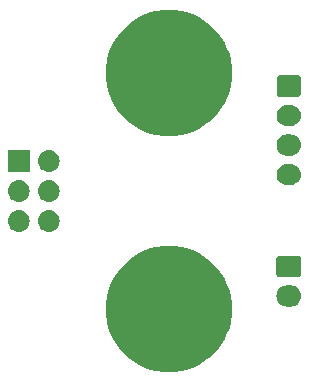
<source format=gbr>
G04 #@! TF.GenerationSoftware,KiCad,Pcbnew,(5.1.4)-1*
G04 #@! TF.CreationDate,2020-03-27T16:03:36-04:00*
G04 #@! TF.ProjectId,y-z_motor_endstop_breakout,792d7a5f-6d6f-4746-9f72-5f656e647374,rev?*
G04 #@! TF.SameCoordinates,PX8a48640PY6422c40*
G04 #@! TF.FileFunction,Soldermask,Top*
G04 #@! TF.FilePolarity,Negative*
%FSLAX46Y46*%
G04 Gerber Fmt 4.6, Leading zero omitted, Abs format (unit mm)*
G04 Created by KiCad (PCBNEW (5.1.4)-1) date 2020-03-27 16:03:36*
%MOMM*%
%LPD*%
G04 APERTURE LIST*
%ADD10C,0.100000*%
G04 APERTURE END LIST*
D10*
G36*
X1560771Y-4854828D02*
G01*
X2197816Y-5118701D01*
X2534558Y-5258184D01*
X3251847Y-5737462D01*
X3410936Y-5843762D01*
X4156238Y-6589064D01*
X4156239Y-6589066D01*
X4741816Y-7465442D01*
X4881299Y-7802184D01*
X5145172Y-8439229D01*
X5350800Y-9472992D01*
X5350800Y-10527008D01*
X5145172Y-11560771D01*
X4881299Y-12197816D01*
X4741816Y-12534558D01*
X4254276Y-13264212D01*
X4156238Y-13410936D01*
X3410936Y-14156238D01*
X3264212Y-14254276D01*
X2534558Y-14741816D01*
X2197816Y-14881299D01*
X1560771Y-15145172D01*
X527008Y-15350800D01*
X-527008Y-15350800D01*
X-1560771Y-15145172D01*
X-2197816Y-14881299D01*
X-2534558Y-14741816D01*
X-3264212Y-14254276D01*
X-3410936Y-14156238D01*
X-4156238Y-13410936D01*
X-4254276Y-13264212D01*
X-4741816Y-12534558D01*
X-4881299Y-12197816D01*
X-5145172Y-11560771D01*
X-5350800Y-10527008D01*
X-5350800Y-9472992D01*
X-5145172Y-8439229D01*
X-4881299Y-7802184D01*
X-4741816Y-7465442D01*
X-4156239Y-6589066D01*
X-4156238Y-6589064D01*
X-3410936Y-5843762D01*
X-3251847Y-5737462D01*
X-2534558Y-5258184D01*
X-2197816Y-5118701D01*
X-1560771Y-4854828D01*
X-527008Y-4649200D01*
X527008Y-4649200D01*
X1560771Y-4854828D01*
X1560771Y-4854828D01*
G37*
G36*
X10486588Y-8002234D02*
G01*
X10486591Y-8002235D01*
X10656388Y-8053742D01*
X10812878Y-8137388D01*
X10950043Y-8249957D01*
X11062612Y-8387122D01*
X11146258Y-8543612D01*
X11191875Y-8693992D01*
X11197766Y-8713412D01*
X11215158Y-8890000D01*
X11197766Y-9066588D01*
X11197765Y-9066591D01*
X11146258Y-9236388D01*
X11062612Y-9392878D01*
X10950043Y-9530043D01*
X10812878Y-9642612D01*
X10656388Y-9726258D01*
X10506008Y-9771875D01*
X10486588Y-9777766D01*
X10354249Y-9790800D01*
X9965751Y-9790800D01*
X9833412Y-9777766D01*
X9813992Y-9771875D01*
X9663612Y-9726258D01*
X9507122Y-9642612D01*
X9369957Y-9530043D01*
X9257388Y-9392878D01*
X9173742Y-9236388D01*
X9122235Y-9066591D01*
X9122234Y-9066588D01*
X9104842Y-8890000D01*
X9122234Y-8713412D01*
X9128125Y-8693992D01*
X9173742Y-8543612D01*
X9257388Y-8387122D01*
X9369957Y-8249957D01*
X9507122Y-8137388D01*
X9663612Y-8053742D01*
X9833409Y-8002235D01*
X9833412Y-8002234D01*
X9965751Y-7989200D01*
X10354249Y-7989200D01*
X10486588Y-8002234D01*
X10486588Y-8002234D01*
G37*
G36*
X11011957Y-5494067D02*
G01*
X11058266Y-5508115D01*
X11100951Y-5530931D01*
X11138365Y-5561635D01*
X11169069Y-5599049D01*
X11191885Y-5641734D01*
X11205933Y-5688043D01*
X11210800Y-5737462D01*
X11210800Y-7042538D01*
X11205933Y-7091957D01*
X11191885Y-7138266D01*
X11169069Y-7180951D01*
X11138365Y-7218365D01*
X11100951Y-7249069D01*
X11058266Y-7271885D01*
X11011957Y-7285933D01*
X10962538Y-7290800D01*
X9357462Y-7290800D01*
X9308043Y-7285933D01*
X9261734Y-7271885D01*
X9219049Y-7249069D01*
X9181635Y-7218365D01*
X9150931Y-7180951D01*
X9128115Y-7138266D01*
X9114067Y-7091957D01*
X9109200Y-7042538D01*
X9109200Y-5737462D01*
X9114067Y-5688043D01*
X9128115Y-5641734D01*
X9150931Y-5599049D01*
X9181635Y-5561635D01*
X9219049Y-5530931D01*
X9261734Y-5508115D01*
X9308043Y-5494067D01*
X9357462Y-5489200D01*
X10962538Y-5489200D01*
X11011957Y-5494067D01*
X11011957Y-5494067D01*
G37*
G36*
X-12621498Y-1628908D02*
G01*
X-12520743Y-1638831D01*
X-12348383Y-1691116D01*
X-12189529Y-1776025D01*
X-12140167Y-1816536D01*
X-12050293Y-1890293D01*
X-11976536Y-1980167D01*
X-11936025Y-2029529D01*
X-11851116Y-2188383D01*
X-11798831Y-2360743D01*
X-11781176Y-2540000D01*
X-11798831Y-2719257D01*
X-11851116Y-2891617D01*
X-11936025Y-3050471D01*
X-11976536Y-3099833D01*
X-12050293Y-3189707D01*
X-12140167Y-3263464D01*
X-12189529Y-3303975D01*
X-12348383Y-3388884D01*
X-12520743Y-3441169D01*
X-12621498Y-3451092D01*
X-12655082Y-3454400D01*
X-12744918Y-3454400D01*
X-12778502Y-3451092D01*
X-12879257Y-3441169D01*
X-13051617Y-3388884D01*
X-13210471Y-3303975D01*
X-13259833Y-3263464D01*
X-13349707Y-3189707D01*
X-13423464Y-3099833D01*
X-13463975Y-3050471D01*
X-13548884Y-2891617D01*
X-13601169Y-2719257D01*
X-13618824Y-2540000D01*
X-13601169Y-2360743D01*
X-13548884Y-2188383D01*
X-13463975Y-2029529D01*
X-13423464Y-1980167D01*
X-13349707Y-1890293D01*
X-13259833Y-1816536D01*
X-13210471Y-1776025D01*
X-13051617Y-1691116D01*
X-12879257Y-1638831D01*
X-12778502Y-1628908D01*
X-12744918Y-1625600D01*
X-12655082Y-1625600D01*
X-12621498Y-1628908D01*
X-12621498Y-1628908D01*
G37*
G36*
X-10081498Y-1628908D02*
G01*
X-9980743Y-1638831D01*
X-9808383Y-1691116D01*
X-9649529Y-1776025D01*
X-9600167Y-1816536D01*
X-9510293Y-1890293D01*
X-9436536Y-1980167D01*
X-9396025Y-2029529D01*
X-9311116Y-2188383D01*
X-9258831Y-2360743D01*
X-9241176Y-2540000D01*
X-9258831Y-2719257D01*
X-9311116Y-2891617D01*
X-9396025Y-3050471D01*
X-9436536Y-3099833D01*
X-9510293Y-3189707D01*
X-9600167Y-3263464D01*
X-9649529Y-3303975D01*
X-9808383Y-3388884D01*
X-9980743Y-3441169D01*
X-10081498Y-3451092D01*
X-10115082Y-3454400D01*
X-10204918Y-3454400D01*
X-10238502Y-3451092D01*
X-10339257Y-3441169D01*
X-10511617Y-3388884D01*
X-10670471Y-3303975D01*
X-10719833Y-3263464D01*
X-10809707Y-3189707D01*
X-10883464Y-3099833D01*
X-10923975Y-3050471D01*
X-11008884Y-2891617D01*
X-11061169Y-2719257D01*
X-11078824Y-2540000D01*
X-11061169Y-2360743D01*
X-11008884Y-2188383D01*
X-10923975Y-2029529D01*
X-10883464Y-1980167D01*
X-10809707Y-1890293D01*
X-10719833Y-1816536D01*
X-10670471Y-1776025D01*
X-10511617Y-1691116D01*
X-10339257Y-1638831D01*
X-10238502Y-1628908D01*
X-10204918Y-1625600D01*
X-10115082Y-1625600D01*
X-10081498Y-1628908D01*
X-10081498Y-1628908D01*
G37*
G36*
X-12621498Y911092D02*
G01*
X-12520743Y901169D01*
X-12348383Y848884D01*
X-12189529Y763975D01*
X-12140167Y723464D01*
X-12050293Y649707D01*
X-11976536Y559833D01*
X-11936025Y510471D01*
X-11851116Y351617D01*
X-11798831Y179257D01*
X-11781176Y0D01*
X-11798831Y-179257D01*
X-11851116Y-351617D01*
X-11936025Y-510471D01*
X-11976536Y-559833D01*
X-12050293Y-649707D01*
X-12140167Y-723464D01*
X-12189529Y-763975D01*
X-12348383Y-848884D01*
X-12520743Y-901169D01*
X-12621498Y-911092D01*
X-12655082Y-914400D01*
X-12744918Y-914400D01*
X-12778502Y-911092D01*
X-12879257Y-901169D01*
X-13051617Y-848884D01*
X-13210471Y-763975D01*
X-13259833Y-723464D01*
X-13349707Y-649707D01*
X-13423464Y-559833D01*
X-13463975Y-510471D01*
X-13548884Y-351617D01*
X-13601169Y-179257D01*
X-13618824Y0D01*
X-13601169Y179257D01*
X-13548884Y351617D01*
X-13463975Y510471D01*
X-13423464Y559833D01*
X-13349707Y649707D01*
X-13259833Y723464D01*
X-13210471Y763975D01*
X-13051617Y848884D01*
X-12879257Y901169D01*
X-12778502Y911092D01*
X-12744918Y914400D01*
X-12655082Y914400D01*
X-12621498Y911092D01*
X-12621498Y911092D01*
G37*
G36*
X-10081498Y911092D02*
G01*
X-9980743Y901169D01*
X-9808383Y848884D01*
X-9649529Y763975D01*
X-9600167Y723464D01*
X-9510293Y649707D01*
X-9436536Y559833D01*
X-9396025Y510471D01*
X-9311116Y351617D01*
X-9258831Y179257D01*
X-9241176Y0D01*
X-9258831Y-179257D01*
X-9311116Y-351617D01*
X-9396025Y-510471D01*
X-9436536Y-559833D01*
X-9510293Y-649707D01*
X-9600167Y-723464D01*
X-9649529Y-763975D01*
X-9808383Y-848884D01*
X-9980743Y-901169D01*
X-10081498Y-911092D01*
X-10115082Y-914400D01*
X-10204918Y-914400D01*
X-10238502Y-911092D01*
X-10339257Y-901169D01*
X-10511617Y-848884D01*
X-10670471Y-763975D01*
X-10719833Y-723464D01*
X-10809707Y-649707D01*
X-10883464Y-559833D01*
X-10923975Y-510471D01*
X-11008884Y-351617D01*
X-11061169Y-179257D01*
X-11078824Y0D01*
X-11061169Y179257D01*
X-11008884Y351617D01*
X-10923975Y510471D01*
X-10883464Y559833D01*
X-10809707Y649707D01*
X-10719833Y723464D01*
X-10670471Y763975D01*
X-10511617Y848884D01*
X-10339257Y901169D01*
X-10238502Y911092D01*
X-10204918Y914400D01*
X-10115082Y914400D01*
X-10081498Y911092D01*
X-10081498Y911092D01*
G37*
G36*
X10461588Y2277766D02*
G01*
X10461591Y2277765D01*
X10631388Y2226258D01*
X10787878Y2142612D01*
X10925043Y2030043D01*
X11037612Y1892878D01*
X11121258Y1736388D01*
X11134991Y1691116D01*
X11172766Y1566588D01*
X11190158Y1390000D01*
X11172766Y1213412D01*
X11172765Y1213409D01*
X11121258Y1043612D01*
X11037612Y887122D01*
X10925043Y749957D01*
X10787878Y637388D01*
X10631388Y553742D01*
X10488742Y510471D01*
X10461588Y502234D01*
X10329249Y489200D01*
X9990751Y489200D01*
X9858412Y502234D01*
X9831258Y510471D01*
X9688612Y553742D01*
X9532122Y637388D01*
X9394957Y749957D01*
X9282388Y887122D01*
X9198742Y1043612D01*
X9147235Y1213409D01*
X9147234Y1213412D01*
X9129842Y1390000D01*
X9147234Y1566588D01*
X9185009Y1691116D01*
X9198742Y1736388D01*
X9282388Y1892878D01*
X9394957Y2030043D01*
X9532122Y2142612D01*
X9688612Y2226258D01*
X9858409Y2277765D01*
X9858412Y2277766D01*
X9990751Y2290800D01*
X10329249Y2290800D01*
X10461588Y2277766D01*
X10461588Y2277766D01*
G37*
G36*
X-11785600Y1625600D02*
G01*
X-13614400Y1625600D01*
X-13614400Y3454400D01*
X-11785600Y3454400D01*
X-11785600Y1625600D01*
X-11785600Y1625600D01*
G37*
G36*
X-10081498Y3451092D02*
G01*
X-9980743Y3441169D01*
X-9808383Y3388884D01*
X-9808381Y3388883D01*
X-9805085Y3387121D01*
X-9649529Y3303975D01*
X-9600167Y3263464D01*
X-9510293Y3189707D01*
X-9436536Y3099833D01*
X-9396025Y3050471D01*
X-9311116Y2891617D01*
X-9258831Y2719257D01*
X-9241176Y2540000D01*
X-9258831Y2360743D01*
X-9311116Y2188383D01*
X-9396025Y2029529D01*
X-9436536Y1980167D01*
X-9510293Y1890293D01*
X-9600167Y1816536D01*
X-9649529Y1776025D01*
X-9808383Y1691116D01*
X-9980743Y1638831D01*
X-10081498Y1628908D01*
X-10115082Y1625600D01*
X-10204918Y1625600D01*
X-10238502Y1628908D01*
X-10339257Y1638831D01*
X-10511617Y1691116D01*
X-10670471Y1776025D01*
X-10719833Y1816536D01*
X-10809707Y1890293D01*
X-10883464Y1980167D01*
X-10923975Y2029529D01*
X-11008884Y2188383D01*
X-11061169Y2360743D01*
X-11078824Y2540000D01*
X-11061169Y2719257D01*
X-11008884Y2891617D01*
X-10923975Y3050471D01*
X-10883464Y3099833D01*
X-10809707Y3189707D01*
X-10719833Y3263464D01*
X-10670471Y3303975D01*
X-10514915Y3387121D01*
X-10511619Y3388883D01*
X-10511617Y3388884D01*
X-10339257Y3441169D01*
X-10238502Y3451092D01*
X-10204918Y3454400D01*
X-10115082Y3454400D01*
X-10081498Y3451092D01*
X-10081498Y3451092D01*
G37*
G36*
X10461588Y4777766D02*
G01*
X10461591Y4777765D01*
X10631388Y4726258D01*
X10787878Y4642612D01*
X10925043Y4530043D01*
X11037612Y4392878D01*
X11121258Y4236388D01*
X11166875Y4086008D01*
X11172766Y4066588D01*
X11190158Y3890000D01*
X11172766Y3713412D01*
X11172765Y3713409D01*
X11121258Y3543612D01*
X11037612Y3387122D01*
X10925043Y3249957D01*
X10787878Y3137388D01*
X10631388Y3053742D01*
X10481008Y3008125D01*
X10461588Y3002234D01*
X10329249Y2989200D01*
X9990751Y2989200D01*
X9858412Y3002234D01*
X9838992Y3008125D01*
X9688612Y3053742D01*
X9532122Y3137388D01*
X9394957Y3249957D01*
X9282388Y3387122D01*
X9198742Y3543612D01*
X9147235Y3713409D01*
X9147234Y3713412D01*
X9129842Y3890000D01*
X9147234Y4066588D01*
X9153125Y4086008D01*
X9198742Y4236388D01*
X9282388Y4392878D01*
X9394957Y4530043D01*
X9532122Y4642612D01*
X9688612Y4726258D01*
X9858409Y4777765D01*
X9858412Y4777766D01*
X9990751Y4790800D01*
X10329249Y4790800D01*
X10461588Y4777766D01*
X10461588Y4777766D01*
G37*
G36*
X1560771Y15145172D02*
G01*
X2197816Y14881299D01*
X2534558Y14741816D01*
X3264212Y14254276D01*
X3410936Y14156238D01*
X4156238Y13410936D01*
X4156239Y13410934D01*
X4741816Y12534558D01*
X4881299Y12197816D01*
X5145172Y11560771D01*
X5350800Y10527008D01*
X5350800Y9472992D01*
X5145172Y8439229D01*
X4976049Y8030931D01*
X4741816Y7465442D01*
X4359240Y6892878D01*
X4156238Y6589064D01*
X3410936Y5843762D01*
X3270547Y5749957D01*
X2534558Y5258184D01*
X2197816Y5118701D01*
X1560771Y4854828D01*
X527008Y4649200D01*
X-527008Y4649200D01*
X-1560771Y4854828D01*
X-2197816Y5118701D01*
X-2534558Y5258184D01*
X-3270547Y5749957D01*
X-3410936Y5843762D01*
X-4156238Y6589064D01*
X-4359240Y6892878D01*
X-4741816Y7465442D01*
X-4976049Y8030931D01*
X-5145172Y8439229D01*
X-5350800Y9472992D01*
X-5350800Y10527008D01*
X-5145172Y11560771D01*
X-4881299Y12197816D01*
X-4741816Y12534558D01*
X-4156239Y13410934D01*
X-4156238Y13410936D01*
X-3410936Y14156238D01*
X-3264212Y14254276D01*
X-2534558Y14741816D01*
X-2197816Y14881299D01*
X-1560771Y15145172D01*
X-527008Y15350800D01*
X527008Y15350800D01*
X1560771Y15145172D01*
X1560771Y15145172D01*
G37*
G36*
X10461588Y7277766D02*
G01*
X10461591Y7277765D01*
X10631388Y7226258D01*
X10787878Y7142612D01*
X10925043Y7030043D01*
X11037612Y6892878D01*
X11121258Y6736388D01*
X11165947Y6589066D01*
X11172766Y6566588D01*
X11190158Y6390000D01*
X11172766Y6213412D01*
X11172765Y6213409D01*
X11121258Y6043612D01*
X11037612Y5887122D01*
X10925043Y5749957D01*
X10787878Y5637388D01*
X10631388Y5553742D01*
X10481008Y5508125D01*
X10461588Y5502234D01*
X10329249Y5489200D01*
X9990751Y5489200D01*
X9858412Y5502234D01*
X9838992Y5508125D01*
X9688612Y5553742D01*
X9532122Y5637388D01*
X9394957Y5749957D01*
X9282388Y5887122D01*
X9198742Y6043612D01*
X9147235Y6213409D01*
X9147234Y6213412D01*
X9129842Y6390000D01*
X9147234Y6566588D01*
X9154053Y6589066D01*
X9198742Y6736388D01*
X9282388Y6892878D01*
X9394957Y7030043D01*
X9532122Y7142612D01*
X9688612Y7226258D01*
X9858409Y7277765D01*
X9858412Y7277766D01*
X9990751Y7290800D01*
X10329249Y7290800D01*
X10461588Y7277766D01*
X10461588Y7277766D01*
G37*
G36*
X10986957Y9785933D02*
G01*
X11033266Y9771885D01*
X11075951Y9749069D01*
X11113365Y9718365D01*
X11144069Y9680951D01*
X11166885Y9638266D01*
X11180933Y9591957D01*
X11185800Y9542538D01*
X11185800Y8237462D01*
X11180933Y8188043D01*
X11166885Y8141734D01*
X11144069Y8099049D01*
X11113365Y8061635D01*
X11075951Y8030931D01*
X11033266Y8008115D01*
X10986957Y7994067D01*
X10937538Y7989200D01*
X9382462Y7989200D01*
X9333043Y7994067D01*
X9286734Y8008115D01*
X9244049Y8030931D01*
X9206635Y8061635D01*
X9175931Y8099049D01*
X9153115Y8141734D01*
X9139067Y8188043D01*
X9134200Y8237462D01*
X9134200Y9542538D01*
X9139067Y9591957D01*
X9153115Y9638266D01*
X9175931Y9680951D01*
X9206635Y9718365D01*
X9244049Y9749069D01*
X9286734Y9771885D01*
X9333043Y9785933D01*
X9382462Y9790800D01*
X10937538Y9790800D01*
X10986957Y9785933D01*
X10986957Y9785933D01*
G37*
M02*

</source>
